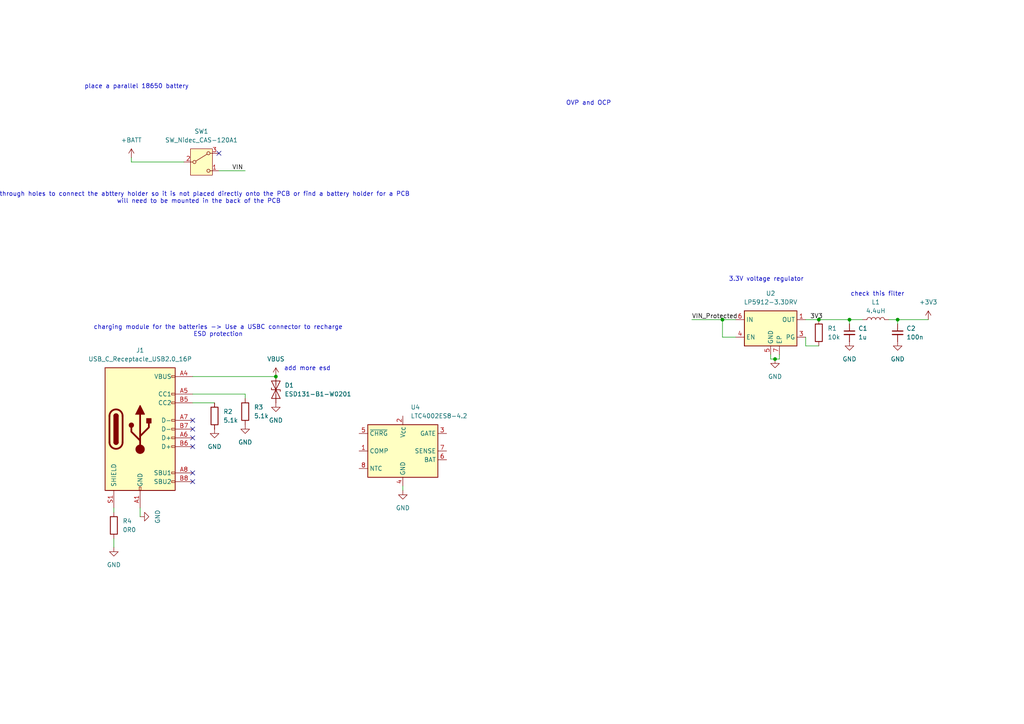
<source format=kicad_sch>
(kicad_sch (version 20250114) (generator "eeschema") (generator_version "9.0")
  (paper "A4")
  (lib_symbols
    (symbol "Battery_Management:LTC4002ES8-4.2"
      (property "Reference" "U" (at -10.16 8.89 0))
      (property "Value" "LTC4002ES8-4.2" (at 1.27 8.89 0))
      (symbol "LTC4002ES8-4.2_0_1"
        (rectangle (start 10.16 -7.62) (end -10.16 7.62) (stroke (width 0.254)) (fill (type background)))
      )
      (symbol "LTC4002ES8-4.2_1_1"
        (pin open_collector line (at -12.7 5.08 0) (length 2.54) (name "~{CHRG}") (number "5"))
        (pin input line (at -12.7 0 0) (length 2.54) (name "COMP") (number "1"))
        (pin input line (at -12.7 -5.08 0) (length 2.54) (name "NTC") (number "8"))
        (pin power_in line (at 0 10.16 270) (length 2.54) (name "V_{CC}") (number "2"))
        (pin power_in line (at 0 -10.16 90) (length 2.54) (name "GND") (number "4"))
        (pin output line (at 12.7 5.08 180) (length 2.54) (name "GATE") (number "3"))
        (pin input line (at 12.7 0 180) (length 2.54) (name "SENSE") (number "7"))
        (pin input line (at 12.7 -2.54 180) (length 2.54) (name "BAT") (number "6"))
      )
    )
    (symbol "Connector:USB_C_Receptacle_USB2.0_16P" (pin_names (offset 1.016))
      (property "Reference" "J" (at 0 22.225 0))
      (property "Value" "USB_C_Receptacle_USB2.0_16P" (at 0 19.685 0))
      (symbol "USB_C_Receptacle_USB2.0_16P_0_0"
        (rectangle (start -0.254 -17.78) (end 0.254 -16.764))
        (rectangle (start 10.16 15.494) (end 9.144 14.986))
        (rectangle (start 10.16 10.414) (end 9.144 9.906))
        (rectangle (start 10.16 7.874) (end 9.144 7.366))
        (rectangle (start 10.16 2.794) (end 9.144 2.286))
        (rectangle (start 10.16 0.254) (end 9.144 -0.254))
        (rectangle (start 10.16 -2.286) (end 9.144 -2.794))
        (rectangle (start 10.16 -4.826) (end 9.144 -5.334))
        (rectangle (start 10.16 -12.446) (end 9.144 -12.954))
        (rectangle (start 10.16 -14.986) (end 9.144 -15.494))
      )
      (symbol "USB_C_Receptacle_USB2.0_16P_0_1"
        (rectangle (start -10.16 17.78) (end 10.16 -17.78) (stroke (width 0.254)) (fill (type background)))
        (polyline (pts (xy -8.89 -3.81) (xy -8.89 3.81)) (stroke (width 0.508)))
        (rectangle (start -7.62 -3.81) (end -6.35 3.81) (stroke (width 0.254)) (fill (type outline)))
        (arc (start -7.62 3.81) (mid -6.985 4.4423) (end -6.35 3.81) (stroke (width 0.254)))
        (arc (start -7.62 3.81) (mid -6.985 4.4423) (end -6.35 3.81) (stroke (width 0.254)) (fill (type outline)))
        (arc (start -8.89 3.81) (mid -6.985 5.7067) (end -5.08 3.81) (stroke (width 0.508)))
        (arc (start -5.08 -3.81) (mid -6.985 -5.7067) (end -8.89 -3.81) (stroke (width 0.508)))
        (arc (start -6.35 -3.81) (mid -6.985 -4.4423) (end -7.62 -3.81) (stroke (width 0.254)))
        (arc (start -6.35 -3.81) (mid -6.985 -4.4423) (end -7.62 -3.81) (stroke (width 0.254)) (fill (type outline)))
        (polyline (pts (xy -5.08 3.81) (xy -5.08 -3.81)) (stroke (width 0.508)))
        (circle (center -2.54 1.143) (radius 0.635) (stroke (width 0.254)) (fill (type outline)))
        (polyline (pts (xy -1.27 4.318) (xy 0 6.858) (xy 1.27 4.318) (xy -1.27 4.318)) (stroke (width 0.254)) (fill (type outline)))
        (polyline (pts (xy 0 -2.032) (xy 2.54 0.508) (xy 2.54 1.778)) (stroke (width 0.508)))
        (polyline (pts (xy 0 -3.302) (xy -2.54 -0.762) (xy -2.54 0.508)) (stroke (width 0.508)))
        (polyline (pts (xy 0 -5.842) (xy 0 4.318)) (stroke (width 0.508)))
        (circle (center 0 -5.842) (radius 1.27) (fill (type outline)))
        (rectangle (start 1.905 1.778) (end 3.175 3.048) (stroke (width 0.254)) (fill (type outline)))
      )
      (symbol "USB_C_Receptacle_USB2.0_16P_1_1"
        (pin passive line (at -7.62 -22.86 90) (length 5.08) (name "SHIELD") (number "S1"))
        (pin passive line (at 0 -22.86 90) (length 5.08) (name "GND") (number "A1"))
        (pin passive line (at 0 -22.86 90) (length 5.08) (hide yes) (name "GND") (number "A12"))
        (pin passive line (at 0 -22.86 90) (length 5.08) (hide yes) (name "GND") (number "B1"))
        (pin passive line (at 0 -22.86 90) (length 5.08) (hide yes) (name "GND") (number "B12"))
        (pin passive line (at 15.24 15.24 180) (length 5.08) (name "VBUS") (number "A4"))
        (pin passive line (at 15.24 15.24 180) (length 5.08) (hide yes) (name "VBUS") (number "A9"))
        (pin passive line (at 15.24 15.24 180) (length 5.08) (hide yes) (name "VBUS") (number "B4"))
        (pin passive line (at 15.24 15.24 180) (length 5.08) (hide yes) (name "VBUS") (number "B9"))
        (pin bidirectional line (at 15.24 10.16 180) (length 5.08) (name "CC1") (number "A5"))
        (pin bidirectional line (at 15.24 7.62 180) (length 5.08) (name "CC2") (number "B5"))
        (pin bidirectional line (at 15.24 2.54 180) (length 5.08) (name "D-") (number "A7"))
        (pin bidirectional line (at 15.24 0 180) (length 5.08) (name "D-") (number "B7"))
        (pin bidirectional line (at 15.24 -2.54 180) (length 5.08) (name "D+") (number "A6"))
        (pin bidirectional line (at 15.24 -5.08 180) (length 5.08) (name "D+") (number "B6"))
        (pin bidirectional line (at 15.24 -12.7 180) (length 5.08) (name "SBU1") (number "A8"))
        (pin bidirectional line (at 15.24 -15.24 180) (length 5.08) (name "SBU2") (number "B8"))
      )
    )
    (symbol "Device:C_Small" (pin_numbers (hide yes)) (pin_names (offset 0.254) (hide yes))
      (property "Reference" "C" (at 0.254 1.778 0))
      (property "Value" "C_Small" (at 0.254 -2.032 0))
      (symbol "C_Small_0_1"
        (polyline (pts (xy -1.524 0.508) (xy 1.524 0.508)) (stroke (width 0.3048)))
        (polyline (pts (xy -1.524 -0.508) (xy 1.524 -0.508)) (stroke (width 0.3302)))
      )
      (symbol "C_Small_1_1"
        (pin passive line (at 0 2.54 270) (length 2.032) (name "~") (number "1"))
        (pin passive line (at 0 -2.54 90) (length 2.032) (name "~") (number "2"))
      )
    )
    (symbol "Device:L" (pin_numbers (hide yes)) (pin_names (offset 1.016) (hide yes))
      (property "Reference" "L" (at -1.27 0 90))
      (property "Value" "L" (at 1.905 0 90))
      (symbol "L_0_1"
        (arc (start 0 2.54) (mid 0.6323 1.905) (end 0 1.27))
        (arc (start 0 1.27) (mid 0.6323 0.635) (end 0 0))
        (arc (start 0 0) (mid 0.6323 -0.635) (end 0 -1.27))
        (arc (start 0 -1.27) (mid 0.6323 -1.905) (end 0 -2.54))
      )
      (symbol "L_1_1"
        (pin passive line (at 0 3.81 270) (length 1.27) (name "1") (number "1"))
        (pin passive line (at 0 -3.81 90) (length 1.27) (name "2") (number "2"))
      )
    )
    (symbol "Device:R" (pin_numbers (hide yes)) (pin_names (offset 0))
      (property "Reference" "R" (at 2.032 0 90))
      (property "Value" "R" (at 0 0 90))
      (symbol "R_0_1"
        (rectangle (start -1.016 -2.54) (end 1.016 2.54) (stroke (width 0.254)))
      )
      (symbol "R_1_1"
        (pin passive line (at 0 3.81 270) (length 1.27) (name "~") (number "1"))
        (pin passive line (at 0 -3.81 90) (length 1.27) (name "~") (number "2"))
      )
    )
    (symbol "Diode:ESD131-B1-W0201" (pin_numbers (hide yes)) (pin_names (offset 1.016) (hide yes))
      (property "Reference" "D" (at 0 2.54 0))
      (property "Value" "ESD131-B1-W0201" (at 0 -2.54 0))
      (symbol "ESD131-B1-W0201_0_1"
        (polyline (pts (xy -2.54 -1.27) (xy 0 0) (xy -2.54 1.27) (xy -2.54 -1.27)) (stroke (width 0.2032)))
        (polyline (pts (xy 0.508 1.27) (xy 0 1.27) (xy 0 -1.27) (xy -0.508 -1.27)) (stroke (width 0.2032)))
        (polyline (pts (xy 1.27 0) (xy -1.27 0)))
        (polyline (pts (xy 2.54 1.27) (xy 2.54 -1.27) (xy 0 0) (xy 2.54 1.27)) (stroke (width 0.2032)))
      )
      (symbol "ESD131-B1-W0201_1_1"
        (pin passive line (at -3.81 0 0) (length 2.54) (name "A1") (number "1"))
        (pin passive line (at 3.81 0 180) (length 2.54) (name "A2") (number "2"))
      )
    )
    (symbol "Regulator_Linear:LP5912-3.3DRV"
      (property "Reference" "U" (at -3.81 6.35 0))
      (property "Value" "LP5912-3.3DRV" (at 6.35 6.35 0))
      (symbol "LP5912-3.3DRV_0_1"
        (rectangle (start -7.62 -5.08) (end 7.62 5.08) (stroke (width 0.254)) (fill (type background)))
        (pin power_in line (at -10.16 2.54 0) (length 2.54) (name "IN") (number "6"))
        (pin input line (at -10.16 -2.54 0) (length 2.54) (name "EN") (number "4"))
        (pin power_in line (at 0 -7.62 90) (length 2.54) (name "GND") (number "5"))
        (pin no_connect line (at 7.62 0 180) (length 2.54) (hide yes) (name "NC") (number "2"))
        (pin power_out line (at 10.16 2.54 180) (length 2.54) (name "OUT") (number "1"))
      )
      (symbol "LP5912-3.3DRV_1_1"
        (pin passive line (at 2.54 -7.62 90) (length 2.54) (name "EP") (number "7"))
        (pin open_collector line (at 10.16 -2.54 180) (length 2.54) (name "PG") (number "3"))
      )
    )
    (symbol "Switch:SW_Nidec_CAS-120A1" (pin_names (offset 1) (hide yes))
      (property "Reference" "SW" (at 0 4.318 0))
      (property "Value" "SW_Nidec_CAS-120A1" (at 0 -5.08 0))
      (symbol "SW_Nidec_CAS-120A1_0_1"
        (circle (center -2.032 0) (radius 0.4572))
        (polyline (pts (xy -1.651 0.254) (xy 1.651 2.286)))
        (circle (center 2.032 2.54) (radius 0.4572))
        (circle (center 2.032 -2.54) (radius 0.4572))
      )
      (symbol "SW_Nidec_CAS-120A1_1_1"
        (rectangle (start -3.175 3.81) (end 3.175 -3.81) (fill (type background)))
        (pin passive line (at -5.08 0 0) (length 2.54) (name "B") (number "2"))
        (pin passive line (at 5.08 2.54 180) (length 2.54) (name "A") (number "3"))
        (pin passive line (at 5.08 -2.54 180) (length 2.54) (name "C") (number "1"))
      )
    )
    (symbol "power:+3V3" (power) (pin_numbers (hide yes)) (pin_names (offset 0) (hide yes))
      (property "Value" "+3V3" (at 0 3.556 0))
      (symbol "+3V3_0_1"
        (polyline (pts (xy -0.762 1.27) (xy 0 2.54)))
        (polyline (pts (xy 0 2.54) (xy 0.762 1.27)))
        (polyline (pts (xy 0 0) (xy 0 2.54)))
      )
      (symbol "+3V3_1_1"
        (pin power_in line (at 0 0 90) (length 0) (name "~") (number "1"))
      )
    )
    (symbol "power:+BATT" (power) (pin_numbers (hide yes)) (pin_names (offset 0) (hide yes))
      (property "Value" "+BATT" (at 0 3.556 0))
      (symbol "+BATT_0_1"
        (polyline (pts (xy -0.762 1.27) (xy 0 2.54)))
        (polyline (pts (xy 0 2.54) (xy 0.762 1.27)))
        (polyline (pts (xy 0 0) (xy 0 2.54)))
      )
      (symbol "+BATT_1_1"
        (pin power_in line (at 0 0 90) (length 0) (name "~") (number "1"))
      )
    )
    (symbol "power:GND" (power) (pin_numbers (hide yes)) (pin_names (offset 0) (hide yes))
      (property "Value" "GND" (at 0 -3.81 0))
      (symbol "GND_0_1"
        (polyline (pts (xy 0 0) (xy 0 -1.27) (xy 1.27 -1.27) (xy 0 -2.54) (xy -1.27 -1.27) (xy 0 -1.27)))
      )
      (symbol "GND_1_1"
        (pin power_in line (at 0 0 270) (length 0) (name "~") (number "1"))
      )
    )
    (symbol "power:VBUS" (power) (pin_numbers (hide yes)) (pin_names (offset 0) (hide yes))
      (property "Value" "VBUS" (at 0 3.556 0))
      (symbol "VBUS_0_1"
        (polyline (pts (xy -0.762 1.27) (xy 0 2.54)))
        (polyline (pts (xy 0 2.54) (xy 0.762 1.27)))
        (polyline (pts (xy 0 0) (xy 0 2.54)))
      )
      (symbol "VBUS_1_1"
        (pin power_in line (at 0 0 90) (length 0) (name "~") (number "1"))
      )
    )
  )
  (text "OVP and OCP " (at 171.196 29.972 0) (effects (font (size 1.27 1.27))))
  (text "add more esd" (at 89.154 106.934 0) (effects (font (size 1.27 1.27))))
  (text "place a parallel 18650 battery\n" (at 39.624 25.146 0) (effects (font (size 1.27 1.27))))
  (text "3.3V voltage regulator" (at 222.25 81.026 0) (effects (font (size 1.27 1.27))))
  (text "charging module for the batteries -> Use a USBC connector to recharge \nESD protection " (at 63.754 96.012 0) (effects (font (size 1.27 1.27))))
  (text "Add through holes to connect the abttery holder so it is not placed directly onto the PCB or find a battery holder for a PCB \nwill need to be mounted in the back of the PCB\n" (at 57.658 57.404 0) (effects (font (size 1.27 1.27))))
  (text "check this filter" (at 254.508 85.344 0) (effects (font (size 1.27 1.27))))
  (junction (at 209.55 92.71))
  (junction (at 237.49 92.71))
  (junction (at 246.38 92.71))
  (junction (at 260.35 92.71))
  (junction (at 80.01 109.22))
  (junction (at 224.79 104.14))
  (no_connect (at 55.88 124.46))
  (no_connect (at 55.88 121.92))
  (no_connect (at 55.88 137.16))
  (no_connect (at 55.88 139.7))
  (no_connect (at 55.88 129.54))
  (no_connect (at 55.88 127))
  (no_connect (at 63.5 44.45))
  (wire (pts (xy 246.38 93.98) (xy 246.38 92.71)))
  (wire (pts (xy 226.06 104.14) (xy 224.79 104.14)))
  (wire (pts (xy 213.36 97.79) (xy 209.55 97.79)))
  (wire (pts (xy 237.49 92.71) (xy 246.38 92.71)))
  (wire (pts (xy 38.1 45.72) (xy 38.1 46.99)))
  (wire (pts (xy 38.1 46.99) (xy 53.34 46.99)))
  (wire (pts (xy 63.5 49.53) (xy 71.12 49.53)))
  (wire (pts (xy 223.52 102.87) (xy 223.52 104.14)))
  (wire (pts (xy 260.35 92.71) (xy 260.35 93.98)))
  (wire (pts (xy 209.55 97.79) (xy 209.55 92.71)))
  (wire (pts (xy 55.88 114.3) (xy 71.12 114.3)))
  (wire (pts (xy 33.02 148.59) (xy 33.02 147.32)))
  (wire (pts (xy 250.19 92.71) (xy 246.38 92.71)))
  (wire (pts (xy 260.35 92.71) (xy 269.24 92.71)))
  (wire (pts (xy 71.12 115.57) (xy 71.12 114.3)))
  (wire (pts (xy 223.52 104.14) (xy 224.79 104.14)))
  (wire (pts (xy 237.49 100.33) (xy 233.68 100.33)))
  (wire (pts (xy 226.06 102.87) (xy 226.06 104.14)))
  (wire (pts (xy 55.88 109.22) (xy 80.01 109.22)))
  (wire (pts (xy 200.66 92.71) (xy 209.55 92.71)))
  (wire (pts (xy 116.84 140.97) (xy 116.84 142.24)))
  (wire (pts (xy 260.35 92.71) (xy 257.81 92.71)))
  (wire (pts (xy 233.68 100.33) (xy 233.68 97.79)))
  (wire (pts (xy 233.68 92.71) (xy 237.49 92.71)))
  (wire (pts (xy 40.64 149.86) (xy 40.64 147.32)))
  (wire (pts (xy 55.88 116.84) (xy 62.23 116.84)))
  (wire (pts (xy 33.02 158.75) (xy 33.02 156.21)))
  (wire (pts (xy 209.55 92.71) (xy 213.36 92.71)))
  (label "3V3" (at 234.95 92.71 0))
  (label "VIN" (at 67.31 49.53 0))
  (label "VIN_Protected" (at 200.66 92.71 0))
  (symbol (lib_id "power:GND") (at 80.01 116.84 0) (unit 1)
    (property "Reference" "#PWR012" (effects (hide yes)))
    (property "Value" "GND" (at 80.01 121.92 0))
    (property "Description" "Power symbol creates a global label with name \"GND\" , ground" (effects (hide yes)))
  )
  (symbol (lib_id "power:GND") (at 116.84 142.24 0) (unit 1)
    (property "Reference" "#PWR011" (effects (hide yes)))
    (property "Value" "GND" (at 116.84 147.32 0))
    (property "Description" "Power symbol creates a global label with name \"GND\" , ground" (effects (hide yes)))
  )
  (symbol (lib_id "power:VBUS") (at 80.01 109.22 0) (unit 1)
    (property "Reference" "#PWR010" (effects (hide yes)))
    (property "Value" "VBUS" (at 80.01 104.14 0))
    (property "Description" "Power symbol creates a global label with name \"VBUS\"" (effects (hide yes)))
  )
  (symbol (lib_id "power:GND") (at 224.79 104.14 0) (unit 1)
    (property "Reference" "#PWR02" (effects (hide yes)))
    (property "Value" "GND" (at 224.79 109.22 0))
    (property "Description" "Power symbol creates a global label with name \"GND\" , ground" (effects (hide yes)))
  )
  (symbol (lib_id "power:GND") (at 33.02 158.75 0) (unit 1)
    (property "Reference" "#PWR09" (effects (hide yes)))
    (property "Value" "GND" (at 33.02 163.83 0))
    (property "Description" "Power symbol creates a global label with name \"GND\" , ground" (effects (hide yes)))
  )
  (symbol (lib_id "power:GND") (at 62.23 124.46 0) (unit 1)
    (property "Reference" "#PWR06" (effects (hide yes)))
    (property "Value" "GND" (at 62.23 129.54 0))
    (property "Description" "Power symbol creates a global label with name \"GND\" , ground" (effects (hide yes)))
  )
  (symbol (lib_id "power:+BATT") (at 38.1 45.72 0) (unit 1)
    (property "Reference" "#PWR01" (effects (hide yes)))
    (property "Value" "+BATT" (at 38.1 40.64 0))
    (property "Description" "Power symbol creates a global label with name \"+BATT\"" (effects (hide yes)))
  )
  (symbol (lib_id "Device:R") (at 62.23 120.65 0) (unit 1)
    (property "Reference" "R2" (at 64.77 119.38 0) (effects (justify left)))
    (property "Value" "5.1k" (at 64.77 121.92 0) (effects (justify left)))
    (property "Footprint" "Resistor_SMD:R_0402_1005Metric" (effects (hide yes)))
    (property "Description" "Resistor" (effects (hide yes)))
  )
  (symbol (lib_id "power:+3V3") (at 269.24 92.71 0) (unit 1)
    (property "Reference" "#PWR03" (effects (hide yes)))
    (property "Value" "+3V3" (at 269.24 87.63 0))
    (property "Description" "Power symbol creates a global label with name \"+3V3\"" (effects (hide yes)))
  )
  (symbol (lib_id "Device:C_Small") (at 260.35 96.52 0) (unit 1)
    (property "Reference" "C2" (at 262.89 95.2563 0) (effects (justify left)))
    (property "Value" "100n" (at 262.89 97.7963 0) (effects (justify left)))
    (property "Footprint" "Resistor_SMD:R_0402_1005Metric" (effects (hide yes)))
    (property "Description" "Unpolarized capacitor, small symbol" (effects (hide yes)))
  )
  (symbol (lib_id "Switch:SW_Nidec_CAS-120A1") (at 58.42 46.99 0) (unit 1)
    (property "Reference" "SW1" (at 58.42 38.1 0))
    (property "Value" "SW_Nidec_CAS-120A1" (at 58.42 40.64 0))
    (property "Footprint" "Button_Switch_SMD:Nidec_Copal_CAS-120A" (effects (hide yes)))
    (property "Datasheet" "https://www.nidec-components.com/e/catalog/switch/cas.pdf" (effects (hide yes)))
    (property "Description" "Switch, single pole double throw" (effects (hide yes)))
  )
  (symbol (lib_id "Device:L") (at 254 92.71 90) (unit 1)
    (property "Reference" "L1" (at 254 87.63 90))
    (property "Value" "4.4uH" (at 254 90.17 90))
    (property "Description" "Inductor" (effects (hide yes)))
  )
  (symbol (lib_id "Connector:USB_C_Receptacle_USB2.0_16P") (at 40.64 124.46 0) (unit 1)
    (property "Reference" "J1" (at 40.64 101.6 0))
    (property "Value" "USB_C_Receptacle_USB2.0_16P" (at 40.64 104.14 0))
    (property "Datasheet" "https://www.usb.org/sites/default/files/documents/usb_type-c.zip" (effects (hide yes)))
    (property "Description" "USB 2.0-only 16P Type-C Receptacle connector" (effects (hide yes)))
  )
  (symbol (lib_id "Regulator_Linear:LP5912-3.3DRV") (at 223.52 95.25 0) (unit 1)
    (property "Reference" "U2" (at 223.52 85.09 0))
    (property "Value" "LP5912-3.3DRV" (at 223.52 87.63 0))
    (property "Footprint" "Package_SON:WSON-6-1EP_2x2mm_P0.65mm_EP1x1.6mm_ThermalVias" (effects (hide yes)))
    (property "Datasheet" "http://www.ti.com/lit/ds/symlink/lp5912.pdf" (effects (hide yes)))
    (property "Description" "500-mA Ultra-Low-Noise Low-IQ LDO, 3.3V, WSON-6" (effects (hide yes)))
  )
  (symbol (lib_id "power:GND") (at 260.35 99.06 0) (unit 1)
    (property "Reference" "#PWR05" (effects (hide yes)))
    (property "Value" "GND" (at 260.35 104.14 0))
    (property "Description" "Power symbol creates a global label with name \"GND\" , ground" (effects (hide yes)))
  )
  (symbol (lib_id "Device:C_Small") (at 246.38 96.52 0) (unit 1)
    (property "Reference" "C1" (at 248.92 95.2563 0) (effects (justify left)))
    (property "Value" "1u" (at 248.92 97.7963 0) (effects (justify left)))
    (property "Description" "Unpolarized capacitor, small symbol" (effects (hide yes)))
  )
  (symbol (lib_id "power:GND") (at 71.12 123.19 0) (unit 1)
    (property "Reference" "#PWR07" (effects (hide yes)))
    (property "Value" "GND" (at 71.12 128.27 0))
    (property "Description" "Power symbol creates a global label with name \"GND\" , ground" (effects (hide yes)))
  )
  (symbol (lib_id "Diode:ESD131-B1-W0201") (at 80.01 113.03 90) (unit 1)
    (property "Reference" "D1" (at 82.55 111.76 90) (effects (justify right)))
    (property "Value" "ESD131-B1-W0201" (at 82.55 114.3 90) (effects (justify right)))
    (property "Footprint" "Diode_SMD:Infineon_SG-WLL-2-3_0.58x0.28_P0.36mm" (effects (hide yes)))
    (property "Datasheet" "https://www.infineon.com/dgdl/Infineon-ESD131-B1-W0201-DataSheet-v02_00-EN.pdf?fileId=5546d4625cc9456a015ce94850964889" (effects (hide yes)))
    (property "Description" "Bidirectional ESD protection diode, ±5.5Vrwm, 0.23pF, SG-WLL-2-3" (effects (hide yes)))
  )
  (symbol (lib_id "Device:R") (at 237.49 96.52 0) (unit 1)
    (property "Reference" "R1" (at 240.03 95.25 0) (effects (justify left)))
    (property "Value" "10k" (at 240.03 97.79 0) (effects (justify left)))
    (property "Footprint" "Resistor_SMD:R_0402_1005Metric" (effects (hide yes)))
    (property "Description" "Resistor" (effects (hide yes)))
  )
  (symbol (lib_id "Device:R") (at 71.12 119.38 0) (unit 1)
    (property "Reference" "R3" (at 73.66 118.11 0) (effects (justify left)))
    (property "Value" "5.1k" (at 73.66 120.65 0) (effects (justify left)))
    (property "Footprint" "Resistor_SMD:R_0402_1005Metric" (effects (hide yes)))
    (property "Description" "Resistor" (effects (hide yes)))
  )
  (symbol (lib_id "power:GND") (at 246.38 99.06 0) (unit 1)
    (property "Reference" "#PWR04" (effects (hide yes)))
    (property "Value" "GND" (at 246.38 104.14 0))
    (property "Description" "Power symbol creates a global label with name \"GND\" , ground" (effects (hide yes)))
  )
  (symbol (lib_id "Battery_Management:LTC4002ES8-4.2") (at 116.84 130.81 0) (unit 1)
    (property "Reference" "U4" (at 119.0977 118.11 0) (effects (justify left)))
    (property "Value" "LTC4002ES8-4.2" (at 119.0977 120.65 0) (effects (justify left)))
    (property "Footprint" "Package_SO:SOIC-8_3.9x4.9mm_P1.27mm" (effects (hide yes)))
    (property "Datasheet" "https://www.analog.com/media/en/technical-documentation/data-sheets/4002f.pdf" (effects (hide yes)))
    (property "Description" "Standalone Li-Ion Switch Mode Battery Charger, 4.7-22V input, single cell, SOIC-8" (effects (hide yes)))
  )
  (symbol (lib_id "power:GND") (at 40.64 149.86 90) (unit 1)
    (property "Reference" "#PWR08" (effects (hide yes)))
    (property "Value" "GND" (at 45.72 149.86 0))
    (property "Description" "Power symbol creates a global label with name \"GND\" , ground" (effects (hide yes)))
  )
  (symbol (lib_id "Device:R") (at 33.02 152.4 0) (unit 1)
    (property "Reference" "R4" (at 35.56 151.13 0) (effects (justify left)))
    (property "Value" "0R0" (at 35.56 153.67 0) (effects (justify left)))
    (property "Footprint" "Resistor_SMD:R_0402_1005Metric" (effects (hide yes)))
    (property "Description" "Resistor" (effects (hide yes)))
  )
)
</source>
